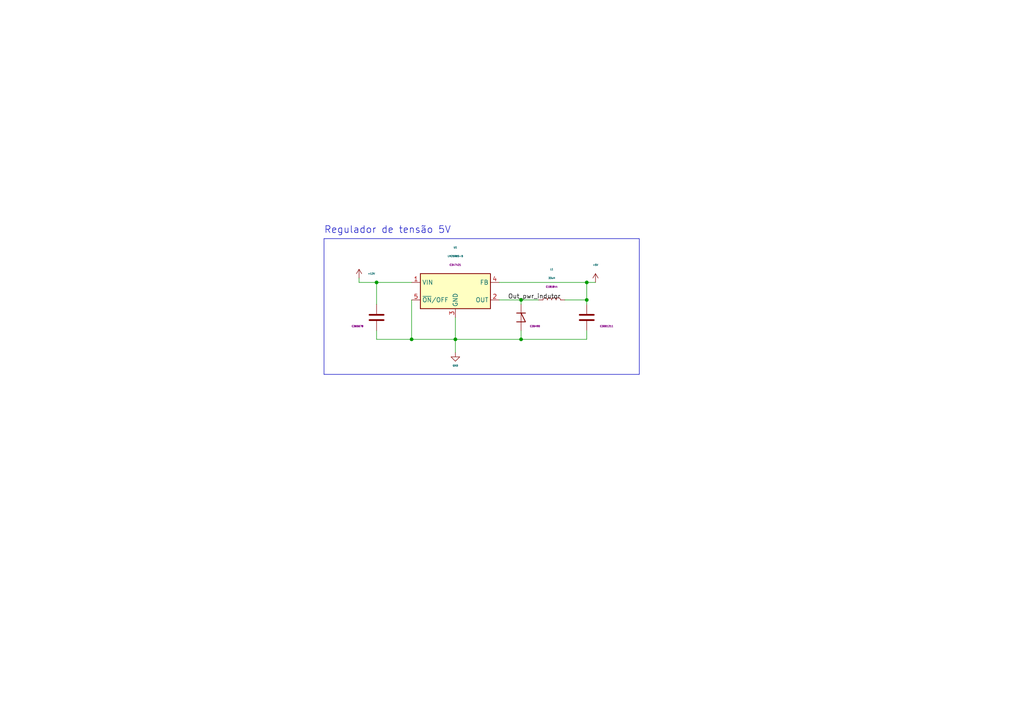
<source format=kicad_sch>
(kicad_sch (version 20230121) (generator eeschema)
  (paper "A4")
  (lib_symbols
    (symbol "Device:C" (pin_numbers hide) (pin_names (offset 0.254))
      (property "Reference" "C" (at 0.635 2.54 0))
      (property "Value" "C" (at 0.635 -2.54 0))
      (symbol "C_0_1"
        (polyline (pts (xy -2.032 -0.762) (xy 2.032 -0.762)) (stroke (width 0.508)))
        (polyline (pts (xy -2.032 0.762) (xy 2.032 0.762)) (stroke (width 0.508)))
      )
      (symbol "C_1_1"
        (pin passive line (at 0 3.81 270) (length 2.794) (name "~") (number "1"))
        (pin passive line (at 0 -3.81 90) (length 2.794) (name "~") (number "2"))
      )
    )
    (symbol "Device:D_Shockley" (pin_numbers hide) (pin_names (offset 1.016) hide)
      (property "Reference" "D" (at 0 2.54 0))
      (property "Value" "D_Shockley" (at 0 -2.54 0))
      (symbol "D_Shockley_0_1"
        (polyline (pts (xy -1.27 0) (xy 1.27 0)))
        (polyline (pts (xy -1.27 1.27) (xy -1.27 -1.27)) (stroke (width 0.254)))
        (polyline (pts (xy -1.27 0) (xy 1.27 1.27) (xy 1.27 -1.27)) (stroke (width 0.254)))
      )
      (symbol "D_Shockley_1_1"
        (pin passive line (at -3.81 0 0) (length 2.54) (name "K") (number "1"))
        (pin passive line (at 3.81 0 180) (length 2.54) (name "A") (number "2"))
      )
    )
    (symbol "Device:L" (pin_numbers hide) (pin_names (offset 1.016) hide)
      (property "Reference" "L" (at -1.27 0 90))
      (property "Value" "L" (at 1.905 0 90))
      (symbol "L_0_1"
        (arc (start 0 -2.54) (mid 0.6323 -1.905) (end 0 -1.27))
        (arc (start 0 -1.27) (mid 0.6323 -0.635) (end 0 0))
        (arc (start 0 0) (mid 0.6323 0.635) (end 0 1.27))
        (arc (start 0 1.27) (mid 0.6323 1.905) (end 0 2.54))
      )
      (symbol "L_1_1"
        (pin passive line (at 0 3.81 270) (length 1.27) (name "1") (number "1"))
        (pin passive line (at 0 -3.81 90) (length 1.27) (name "2") (number "2"))
      )
    )
    (symbol "Regulator_Switching:LM2596S-5"
      (property "Reference" "U" (at -10.16 6.35 0))
      (property "Value" "LM2596S-5" (at 0 6.35 0))
      (symbol "LM2596S-5_0_1"
        (rectangle (start -10.16 5.08) (end 10.16 -5.08) (stroke (width 0.254)) (fill (type background)))
      )
      (symbol "LM2596S-5_1_1"
        (pin power_in line (at -12.7 2.54 0) (length 2.54) (name "VIN") (number "1"))
        (pin output line (at 12.7 -2.54 180) (length 2.54) (name "OUT") (number "2"))
        (pin power_in line (at 0 -7.62 90) (length 2.54) (name "GND") (number "3"))
        (pin input line (at 12.7 2.54 180) (length 2.54) (name "FB") (number "4"))
        (pin input line (at -12.7 -2.54 0) (length 2.54) (name "~{ON}/OFF") (number "5"))
      )
    )
    (symbol "power:+12V" (power) (pin_names (offset 0))
      (property "Value" "+12V" (at 0 3.556 0))
      (symbol "+12V_0_1"
        (polyline (pts (xy -0.762 1.27) (xy 0 2.54)))
        (polyline (pts (xy 0 0) (xy 0 2.54)))
        (polyline (pts (xy 0 2.54) (xy 0.762 1.27)))
      )
      (symbol "+12V_1_1"
        (pin power_in line (at 0 0 90) (length 0) hide (name "+12V") (number "1"))
      )
    )
    (symbol "power:+5V" (power) (pin_names (offset 0))
      (property "Value" "+5V" (at 0 3.556 0))
      (symbol "+5V_0_1"
        (polyline (pts (xy -0.762 1.27) (xy 0 2.54)))
        (polyline (pts (xy 0 0) (xy 0 2.54)))
        (polyline (pts (xy 0 2.54) (xy 0.762 1.27)))
      )
      (symbol "+5V_1_1"
        (pin power_in line (at 0 0 90) (length 0) hide (name "+5V") (number "1"))
      )
    )
    (symbol "power:GND" (power) (pin_names (offset 0))
      (property "Value" "GND" (at 0 -3.81 0))
      (symbol "GND_0_1"
        (polyline (pts (xy 0 0) (xy 0 -1.27) (xy 1.27 -1.27) (xy 0 -2.54) (xy -1.27 -1.27) (xy 0 -1.27)))
      )
      (symbol "GND_1_1"
        (pin power_in line (at 0 0 270) (length 0) hide (name "GND") (number "1"))
      )
    )
  )
  (junction (at 151.13 86.995))
  (junction (at 170.18 81.915))
  (junction (at 109.22 81.915))
  (junction (at 151.13 98.425))
  (junction (at 132.08 98.425))
  (junction (at 119.38 98.425))
  (junction (at 170.18 86.995))
  (wire (pts (xy 151.13 88.265) (xy 151.13 86.995)))
  (wire (pts (xy 151.13 86.995) (xy 156.21 86.995)))
  (wire (pts (xy 132.08 98.425) (xy 151.13 98.425)))
  (wire (pts (xy 109.22 88.265) (xy 109.22 81.915)))
  (wire (pts (xy 163.83 86.995) (xy 170.18 86.995)))
  (wire (pts (xy 109.22 98.425) (xy 119.38 98.425)))
  (wire (pts (xy 151.13 95.885) (xy 151.13 98.425)))
  (wire (pts (xy 104.14 81.915) (xy 109.22 81.915)))
  (wire (pts (xy 170.18 81.915) (xy 170.18 86.995)))
  (wire (pts (xy 109.22 81.915) (xy 119.38 81.915)))
  (wire (pts (xy 119.38 98.425) (xy 132.08 98.425)))
  (wire (pts (xy 144.78 81.915) (xy 170.18 81.915)))
  (wire (pts (xy 119.38 86.995) (xy 119.38 98.425)))
  (wire (pts (xy 132.08 98.425) (xy 132.08 102.235)))
  (polyline (pts (xy 93.98 69.215) (xy 185.42 69.215)))
  (wire (pts (xy 151.13 98.425) (xy 170.18 98.425)))
  (wire (pts (xy 132.08 92.075) (xy 132.08 98.425)))
  (polyline (pts (xy 93.98 69.215) (xy 93.98 108.585)))
  (wire (pts (xy 170.18 86.995) (xy 170.18 88.265)))
  (wire (pts (xy 170.18 81.915) (xy 172.72 81.915)))
  (wire (pts (xy 170.18 95.885) (xy 170.18 98.425)))
  (polyline (pts (xy 185.42 108.585) (xy 185.42 69.215)))
  (wire (pts (xy 151.13 86.995) (xy 144.78 86.995)))
  (wire (pts (xy 109.22 95.885) (xy 109.22 98.425)))
  (polyline (pts (xy 93.98 108.585) (xy 185.42 108.585)))
  (wire (pts (xy 104.14 80.645) (xy 104.14 81.915)))
  (text "Regulador de tensão 5V" (at 93.98 67.945 0) (effects (font (size 2 2)) (justify left bottom)))
  (label "Out_pwr_indutor" (at 147.32 86.995 0))
  (symbol (lib_id "power:+5V") (at 172.72 81.915 0) (unit 1)
    (property "Reference" "#PWR03" (effects hide))
    (property "Value" "+5V" (at 172.72 76.835 0) (effects (font (size 0.5 0.5))))
  )
  (symbol (lib_id "Regulator_Switching:LM2596S-5") (at 132.08 84.455 0) (unit 1)
    (property "Reference" "U1" (at 132.08 71.755 0) (effects (font (size 0.5 0.5))))
    (property "Value" "LM2596S-5" (at 132.08 74.295 0) (effects (font (size 0.5 0.5))))
    (property "Footprint" "Package_TO_SOT_SMD:TO-263-5_TabPin3" (effects hide))
    (property "Datasheet" "http://www.ti.com/lit/ds/symlink/lm2596.pdf" (effects hide))
    (property "LCSC" "C347421" (at 132.08 76.835 0) (effects (font (size 0.5 0.5))))
  )
  (symbol (lib_id "Device:D_Shockley") (at 151.13 92.075 270) (unit 1)
    (property "Reference" "D1" (at 153.67 89.5349 90) (effects (font (size 0.5 0.5)) (justify left)))
    (property "Value" "1N5824" (at 153.67 92.0749 90) (effects (font (size 0.5 0.5)) (justify left)))
    (property "Footprint" "Diode_SMD:D_SMB" (effects hide))
    (property "LCSC" "C35490" (at 153.67 94.6149 90) (effects (font (size 0.5 0.5)) (justify left)))
    (property "Reference" "D1" (effects hide))
    (property "Value" "1N5824" (effects hide))
  )
  (symbol (lib_id "Device:C") (at 170.18 92.075 0) (unit 1)
    (property "Reference" "C2" (at 173.99 89.5349 0) (effects (font (size 0.5 0.5)) (justify left)))
    (property "Value" "220uF" (at 173.99 92.0749 0) (effects (font (size 0.5 0.5)) (justify left)))
    (property "Footprint" "Capacitor_SMD:CP_Elec_6.3x5.4" (effects hide))
    (property "LCSC" "C3001211" (at 173.99 94.6149 0) (effects (font (size 0.5 0.5)) (justify left)))
    (property "Reference" "C2" (effects hide))
    (property "Value" "220uF" (effects hide))
  )
  (symbol (lib_id "Device:C") (at 109.22 92.075 0) (unit 1)
    (property "Reference" "C1" (at 105.41 89.5349 0) (effects (font (size 0.5 0.5)) (justify right)))
    (property "Value" "680uF" (at 105.41 92.0749 0) (effects (font (size 0.5 0.5)) (justify right)))
    (property "Footprint" "Capacitor_SMD:CP_Elec_10x10.5" (effects hide))
    (property "LCSC" "C365678" (at 105.41 94.6149 0) (effects (font (size 0.5 0.5)) (justify right)))
    (property "Reference" "C1" (effects hide))
    (property "Value" "680uF" (effects hide))
  )
  (symbol (lib_id "power:GND") (at 132.08 102.235 0) (mirror y) (unit 1)
    (property "Reference" "#PWR02" (effects hide))
    (property "Value" "GND" (at 132.08 106.045 0) (effects (font (size 0.5 0.5))))
  )
  (symbol (lib_id "Device:L") (at 160.02 86.995 90) (unit 1)
    (property "Reference" "L1" (at 160.02 78.105 90) (effects (font (size 0.5 0.5))))
    (property "Value" "33uH" (at 160.02 80.645 90) (effects (font (size 0.5 0.5))))
    (property "Footprint" "Inductor_SMD:L_12x12mm_H8mm" (effects hide))
    (property "LCSC" "C181844" (at 160.02 83.185 90) (effects (font (size 0.5 0.5))))
  )
  (symbol (lib_id "power:+12V") (at 104.14 80.645 0) (mirror y) (unit 1)
    (property "Reference" "#PWR01" (effects hide))
    (property "Value" "+12V" (at 106.68 79.3749 0) (effects (font (size 0.5 0.5)) (justify right)))
  )
)
</source>
